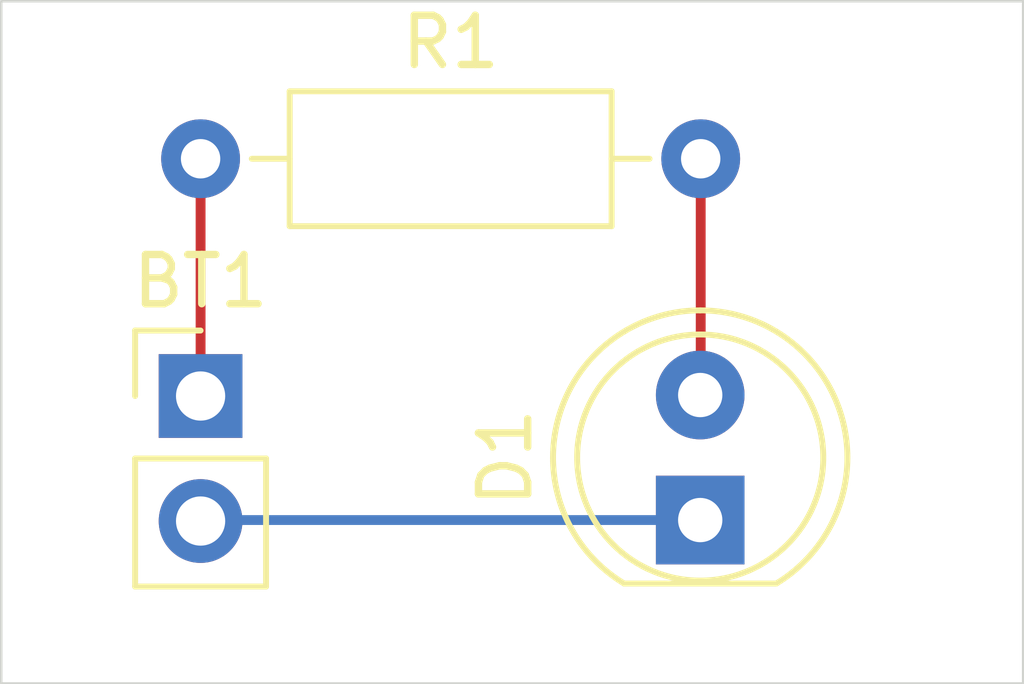
<source format=kicad_pcb>
(kicad_pcb (version 20240108) (generator "pcbnew") (generator_version "8.0")
  (title_block (title "simple LED circuit") (date "28/10/2024"))
  (layers (0 "F.Cu" signal) (31 "B.Cu" signal) (34 "B.Paste" user) (35 "F.Paste" user) (36 "B.SilkS" user "B.Silkscreen") (37 "F.SilkS" user "F.Silkscreen") (38 "B.Mask" user) (39 "F.Mask" user) (44 "Edge.Cuts" user))
  (net 0 "")
  (net 1 "Net-(BT1--)")
  (net 2 "Net-(BT1-+)")
  (net 3 "Net-(D1-A)")
  (footprint "Connector_PinHeader_2.54mm:PinHeader_1x02_P2.54mm_Vertical" (layer "F.Cu") (at 104.99 55.42)
    (property "Reference" "BT1" (at 0 -2.33 0) (layer "F.SilkS"))
    (property "Value" "9V")
    (fp_line (start -1.33 -1.33) (end 0 -1.33) (stroke (width 0.12)) (layer "F.SilkS"))
    (fp_line (start -1.33 0) (end -1.33 -1.33) (stroke (width 0.12)) (layer "F.SilkS"))
    (fp_line (start -1.33 1.27) (end -1.33 3.87) (stroke (width 0.12)) (layer "F.SilkS"))
    (fp_line (start -1.33 1.27) (end 1.33 1.27) (stroke (width 0.12)) (layer "F.SilkS"))
    (fp_line (start -1.33 3.87) (end 1.33 3.87) (stroke (width 0.12)) (layer "F.SilkS"))
    (fp_line (start 1.33 1.27) (end 1.33 3.87) (stroke (width 0.12)) (layer "F.SilkS"))
    (pad "1" thru_hole rect (at 0 0) (size 1.7 1.7) (drill 1) (layers "*.Cu" "*.Mask") (net 2 "Net-(BT1-+)"))
    (pad "2" thru_hole oval (at 0 2.54) (size 1.7 1.7) (drill 1) (layers "*.Cu" "*.Mask") (net 1 "Net-(BT1--)"))
  )
  (footprint "LED_THT:LED_D5.0mm" (layer "F.Cu") (at 115.14 57.94 90)
    (property "Reference" "D1" (at 1.27 -3.96 90) (layer "F.SilkS"))
    (property "Value" "2V LED")
    (fp_line (start -1.29 -1.545) (end -1.29 1.545) (stroke (width 0.12)) (layer "F.SilkS"))
    (fp_arc (start -1.29 -1.54483) (mid 2.072002 -2.880433) (end 4.26 0.000462) (stroke (width 0.12)) (layer "F.SilkS"))
    (fp_arc (start 4.26 -0.000462) (mid 2.072002 2.880433) (end -1.29 1.54483) (stroke (width 0.12)) (layer "F.SilkS"))
    (fp_circle (center 1.27 0) (end 3.77 0) (stroke (width 0.12)) (fill none) (layer "F.SilkS"))
    (pad "1" thru_hole rect (at 0 0 90) (size 1.8 1.8) (drill 0.9) (layers "*.Cu" "*.Mask") (net 1 "Net-(BT1--)"))
    (pad "2" thru_hole circle (at 2.54 0 90) (size 1.8 1.8) (drill 0.9) (layers "*.Cu" "*.Mask") (net 3 "Net-(D1-A)"))
  )
  (footprint "Resistor_THT:R_Axial_DIN0207_L6.3mm_D2.5mm_P10.16mm_Horizontal" (layer "F.Cu") (at 104.99 50.6)
    (property "Reference" "R1" (at 5.08 -2.37 0) (layer "F.SilkS"))
    (property "Value" "470")
    (fp_line (start 1.04 0) (end 1.81 0) (stroke (width 0.12)) (layer "F.SilkS"))
    (fp_line (start 1.81 -1.37) (end 1.81 1.37) (stroke (width 0.12)) (layer "F.SilkS"))
    (fp_line (start 1.81 1.37) (end 8.35 1.37) (stroke (width 0.12)) (layer "F.SilkS"))
    (fp_line (start 8.35 -1.37) (end 1.81 -1.37) (stroke (width 0.12)) (layer "F.SilkS"))
    (fp_line (start 8.35 1.37) (end 8.35 -1.37) (stroke (width 0.12)) (layer "F.SilkS"))
    (fp_line (start 9.12 0) (end 8.35 0) (stroke (width 0.12)) (layer "F.SilkS"))
    (pad "1" thru_hole circle (at 0 0) (size 1.6 1.6) (drill 0.8) (layers "*.Cu" "*.Mask") (net 2 "Net-(BT1-+)"))
    (pad "2" thru_hole oval (at 10.16 0) (size 1.6 1.6) (drill 0.8) (layers "*.Cu" "*.Mask") (net 3 "Net-(D1-A)"))
  )
  (gr_rect (start 100.94 47.4) (end 121.7 61.26) (stroke (width 0.05)) (fill none) (layer "Edge.Cuts"))
  (segment (start 115.15 57.94) (end 115.14 57.95) (width 0.2) (layer "F.Cu") (net 1))
  (segment (start 105.01 57.94) (end 104.99 57.96) (width 0.2) (layer "B.Cu") (net 1))
  (segment (start 115.14 57.94) (end 105.01 57.94) (width 0.2) (layer "B.Cu") (net 1))
  (segment (start 104.99 50.6) (end 104.99 55.47) (width 0.2) (layer "F.Cu") (net 2))
  (segment (start 115.15 55.39) (end 115.14 55.4) (width 0.2) (layer "F.Cu") (net 3))
  (segment (start 115.15 50.6) (end 115.15 55.39) (width 0.2) (layer "F.Cu") (net 3))
)
</source>
